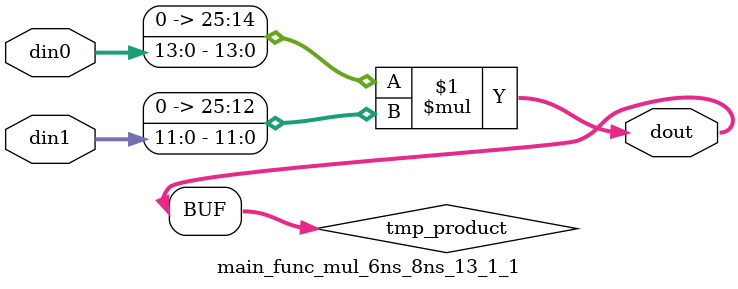
<source format=v>

`timescale 1 ns / 1 ps

  module main_func_mul_6ns_8ns_13_1_1(din0, din1, dout);
parameter ID = 1;
parameter NUM_STAGE = 0;
parameter din0_WIDTH = 14;
parameter din1_WIDTH = 12;
parameter dout_WIDTH = 26;

input [din0_WIDTH - 1 : 0] din0; 
input [din1_WIDTH - 1 : 0] din1; 
output [dout_WIDTH - 1 : 0] dout;

wire signed [dout_WIDTH - 1 : 0] tmp_product;










assign tmp_product = $signed({1'b0, din0}) * $signed({1'b0, din1});











assign dout = tmp_product;







endmodule

</source>
